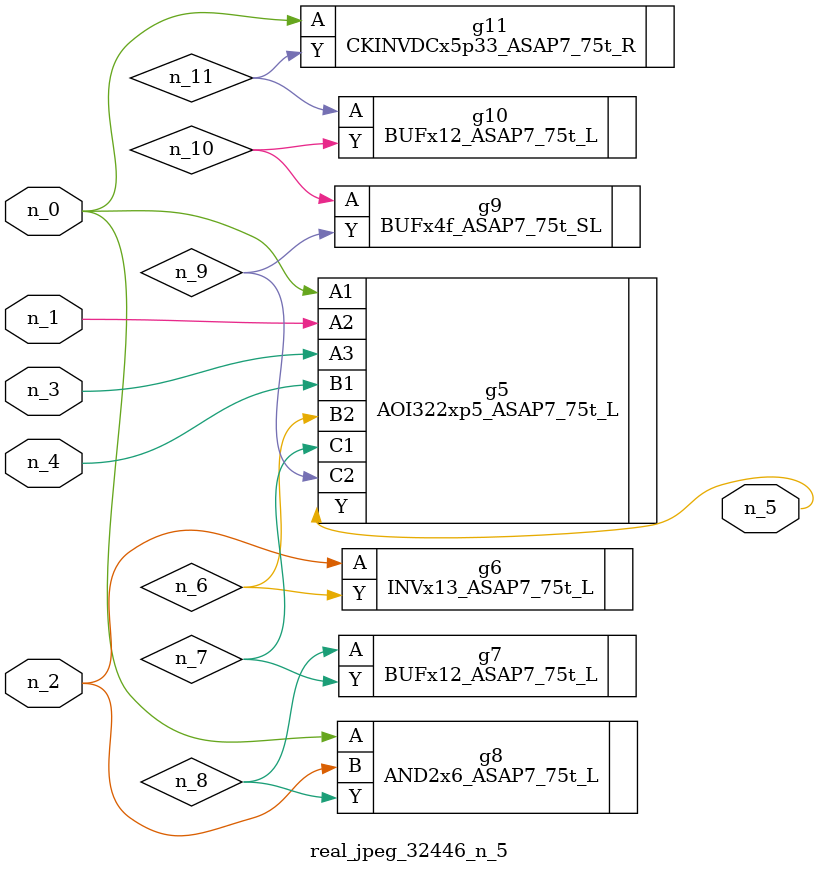
<source format=v>
module real_jpeg_32446_n_5 (n_4, n_0, n_1, n_2, n_3, n_5);

input n_4;
input n_0;
input n_1;
input n_2;
input n_3;

output n_5;

wire n_8;
wire n_11;
wire n_6;
wire n_7;
wire n_10;
wire n_9;

AOI322xp5_ASAP7_75t_L g5 ( 
.A1(n_0),
.A2(n_1),
.A3(n_3),
.B1(n_4),
.B2(n_6),
.C1(n_7),
.C2(n_9),
.Y(n_5)
);

AND2x6_ASAP7_75t_L g8 ( 
.A(n_0),
.B(n_2),
.Y(n_8)
);

CKINVDCx5p33_ASAP7_75t_R g11 ( 
.A(n_0),
.Y(n_11)
);

INVx13_ASAP7_75t_L g6 ( 
.A(n_2),
.Y(n_6)
);

BUFx12_ASAP7_75t_L g7 ( 
.A(n_8),
.Y(n_7)
);

BUFx4f_ASAP7_75t_SL g9 ( 
.A(n_10),
.Y(n_9)
);

BUFx12_ASAP7_75t_L g10 ( 
.A(n_11),
.Y(n_10)
);


endmodule
</source>
